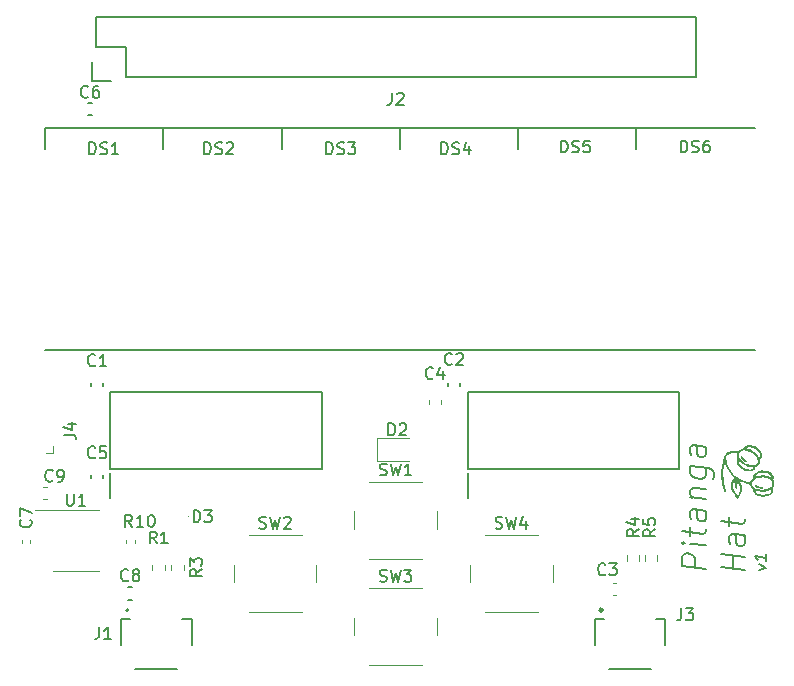
<source format=gto>
%TF.GenerationSoftware,KiCad,Pcbnew,7.0.8*%
%TF.CreationDate,2023-10-01T16:44:48+03:00*%
%TF.ProjectId,ltp_kikad,6c74705f-6b69-46b6-9164-2e6b69636164,rev?*%
%TF.SameCoordinates,Original*%
%TF.FileFunction,Legend,Top*%
%TF.FilePolarity,Positive*%
%FSLAX46Y46*%
G04 Gerber Fmt 4.6, Leading zero omitted, Abs format (unit mm)*
G04 Created by KiCad (PCBNEW 7.0.8) date 2023-10-01 16:44:48*
%MOMM*%
%LPD*%
G01*
G04 APERTURE LIST*
%ADD10C,0.150000*%
%ADD11C,0.120000*%
%ADD12C,0.100000*%
%ADD13C,0.127000*%
%ADD14C,0.300000*%
G04 APERTURE END LIST*
D10*
X182190152Y-100781077D02*
X182856819Y-100626316D01*
X182856819Y-100626316D02*
X182190152Y-100304887D01*
X182856819Y-99483458D02*
X182856819Y-100054887D01*
X182856819Y-99769172D02*
X181856819Y-99644172D01*
X181856819Y-99644172D02*
X181999676Y-99757268D01*
X181999676Y-99757268D02*
X182094914Y-99864411D01*
X182094914Y-99864411D02*
X182142533Y-99965601D01*
X177734438Y-100737030D02*
X175734438Y-100487030D01*
X175734438Y-100487030D02*
X175734438Y-99725125D01*
X175734438Y-99725125D02*
X175829676Y-99546554D01*
X175829676Y-99546554D02*
X175924914Y-99463220D01*
X175924914Y-99463220D02*
X176115390Y-99391792D01*
X176115390Y-99391792D02*
X176401104Y-99427506D01*
X176401104Y-99427506D02*
X176591580Y-99546554D01*
X176591580Y-99546554D02*
X176686819Y-99653696D01*
X176686819Y-99653696D02*
X176782057Y-99856077D01*
X176782057Y-99856077D02*
X176782057Y-100617982D01*
X177734438Y-98737030D02*
X176401104Y-98570363D01*
X175734438Y-98487030D02*
X175829676Y-98594173D01*
X175829676Y-98594173D02*
X175924914Y-98510839D01*
X175924914Y-98510839D02*
X175829676Y-98403696D01*
X175829676Y-98403696D02*
X175734438Y-98487030D01*
X175734438Y-98487030D02*
X175924914Y-98510839D01*
X176401104Y-97903696D02*
X176401104Y-97141792D01*
X175734438Y-97534649D02*
X177448723Y-97748935D01*
X177448723Y-97748935D02*
X177639200Y-97677506D01*
X177639200Y-97677506D02*
X177734438Y-97498935D01*
X177734438Y-97498935D02*
X177734438Y-97308458D01*
X177734438Y-95784649D02*
X176686819Y-95653697D01*
X176686819Y-95653697D02*
X176496342Y-95725125D01*
X176496342Y-95725125D02*
X176401104Y-95903697D01*
X176401104Y-95903697D02*
X176401104Y-96284649D01*
X176401104Y-96284649D02*
X176496342Y-96487030D01*
X177639200Y-95772744D02*
X177734438Y-95975125D01*
X177734438Y-95975125D02*
X177734438Y-96451316D01*
X177734438Y-96451316D02*
X177639200Y-96629887D01*
X177639200Y-96629887D02*
X177448723Y-96701316D01*
X177448723Y-96701316D02*
X177258247Y-96677506D01*
X177258247Y-96677506D02*
X177067771Y-96558458D01*
X177067771Y-96558458D02*
X176972533Y-96356078D01*
X176972533Y-96356078D02*
X176972533Y-95879887D01*
X176972533Y-95879887D02*
X176877295Y-95677506D01*
X176401104Y-94665601D02*
X177734438Y-94832268D01*
X176591580Y-94689411D02*
X176496342Y-94582268D01*
X176496342Y-94582268D02*
X176401104Y-94379887D01*
X176401104Y-94379887D02*
X176401104Y-94094173D01*
X176401104Y-94094173D02*
X176496342Y-93915601D01*
X176496342Y-93915601D02*
X176686819Y-93844173D01*
X176686819Y-93844173D02*
X177734438Y-93975125D01*
X176401104Y-91998934D02*
X178020152Y-92201315D01*
X178020152Y-92201315D02*
X178210628Y-92320363D01*
X178210628Y-92320363D02*
X178305866Y-92427506D01*
X178305866Y-92427506D02*
X178401104Y-92629887D01*
X178401104Y-92629887D02*
X178401104Y-92915601D01*
X178401104Y-92915601D02*
X178305866Y-93094172D01*
X177639200Y-92153696D02*
X177734438Y-92356077D01*
X177734438Y-92356077D02*
X177734438Y-92737030D01*
X177734438Y-92737030D02*
X177639200Y-92915601D01*
X177639200Y-92915601D02*
X177543961Y-92998934D01*
X177543961Y-92998934D02*
X177353485Y-93070363D01*
X177353485Y-93070363D02*
X176782057Y-92998934D01*
X176782057Y-92998934D02*
X176591580Y-92879887D01*
X176591580Y-92879887D02*
X176496342Y-92772744D01*
X176496342Y-92772744D02*
X176401104Y-92570363D01*
X176401104Y-92570363D02*
X176401104Y-92189410D01*
X176401104Y-92189410D02*
X176496342Y-92010839D01*
X177734438Y-90356077D02*
X176686819Y-90225125D01*
X176686819Y-90225125D02*
X176496342Y-90296553D01*
X176496342Y-90296553D02*
X176401104Y-90475125D01*
X176401104Y-90475125D02*
X176401104Y-90856077D01*
X176401104Y-90856077D02*
X176496342Y-91058458D01*
X177639200Y-90344172D02*
X177734438Y-90546553D01*
X177734438Y-90546553D02*
X177734438Y-91022744D01*
X177734438Y-91022744D02*
X177639200Y-91201315D01*
X177639200Y-91201315D02*
X177448723Y-91272744D01*
X177448723Y-91272744D02*
X177258247Y-91248934D01*
X177258247Y-91248934D02*
X177067771Y-91129886D01*
X177067771Y-91129886D02*
X176972533Y-90927506D01*
X176972533Y-90927506D02*
X176972533Y-90451315D01*
X176972533Y-90451315D02*
X176877295Y-90248934D01*
X181034438Y-100837030D02*
X179034438Y-100587030D01*
X179986819Y-100706077D02*
X179986819Y-99563220D01*
X181034438Y-99694173D02*
X179034438Y-99444173D01*
X181034438Y-97884649D02*
X179986819Y-97753697D01*
X179986819Y-97753697D02*
X179796342Y-97825125D01*
X179796342Y-97825125D02*
X179701104Y-98003697D01*
X179701104Y-98003697D02*
X179701104Y-98384649D01*
X179701104Y-98384649D02*
X179796342Y-98587030D01*
X180939200Y-97872744D02*
X181034438Y-98075125D01*
X181034438Y-98075125D02*
X181034438Y-98551316D01*
X181034438Y-98551316D02*
X180939200Y-98729887D01*
X180939200Y-98729887D02*
X180748723Y-98801316D01*
X180748723Y-98801316D02*
X180558247Y-98777506D01*
X180558247Y-98777506D02*
X180367771Y-98658458D01*
X180367771Y-98658458D02*
X180272533Y-98456078D01*
X180272533Y-98456078D02*
X180272533Y-97979887D01*
X180272533Y-97979887D02*
X180177295Y-97777506D01*
X179701104Y-97051315D02*
X179701104Y-96289411D01*
X179034438Y-96682268D02*
X180748723Y-96896554D01*
X180748723Y-96896554D02*
X180939200Y-96825125D01*
X180939200Y-96825125D02*
X181034438Y-96646554D01*
X181034438Y-96646554D02*
X181034438Y-96456077D01*
X129144142Y-97154819D02*
X128810809Y-96678628D01*
X128572714Y-97154819D02*
X128572714Y-96154819D01*
X128572714Y-96154819D02*
X128953666Y-96154819D01*
X128953666Y-96154819D02*
X129048904Y-96202438D01*
X129048904Y-96202438D02*
X129096523Y-96250057D01*
X129096523Y-96250057D02*
X129144142Y-96345295D01*
X129144142Y-96345295D02*
X129144142Y-96488152D01*
X129144142Y-96488152D02*
X129096523Y-96583390D01*
X129096523Y-96583390D02*
X129048904Y-96631009D01*
X129048904Y-96631009D02*
X128953666Y-96678628D01*
X128953666Y-96678628D02*
X128572714Y-96678628D01*
X130096523Y-97154819D02*
X129525095Y-97154819D01*
X129810809Y-97154819D02*
X129810809Y-96154819D01*
X129810809Y-96154819D02*
X129715571Y-96297676D01*
X129715571Y-96297676D02*
X129620333Y-96392914D01*
X129620333Y-96392914D02*
X129525095Y-96440533D01*
X130715571Y-96154819D02*
X130810809Y-96154819D01*
X130810809Y-96154819D02*
X130906047Y-96202438D01*
X130906047Y-96202438D02*
X130953666Y-96250057D01*
X130953666Y-96250057D02*
X131001285Y-96345295D01*
X131001285Y-96345295D02*
X131048904Y-96535771D01*
X131048904Y-96535771D02*
X131048904Y-96773866D01*
X131048904Y-96773866D02*
X131001285Y-96964342D01*
X131001285Y-96964342D02*
X130953666Y-97059580D01*
X130953666Y-97059580D02*
X130906047Y-97107200D01*
X130906047Y-97107200D02*
X130810809Y-97154819D01*
X130810809Y-97154819D02*
X130715571Y-97154819D01*
X130715571Y-97154819D02*
X130620333Y-97107200D01*
X130620333Y-97107200D02*
X130572714Y-97059580D01*
X130572714Y-97059580D02*
X130525095Y-96964342D01*
X130525095Y-96964342D02*
X130477476Y-96773866D01*
X130477476Y-96773866D02*
X130477476Y-96535771D01*
X130477476Y-96535771D02*
X130525095Y-96345295D01*
X130525095Y-96345295D02*
X130572714Y-96250057D01*
X130572714Y-96250057D02*
X130620333Y-96202438D01*
X130620333Y-96202438D02*
X130715571Y-96154819D01*
X123357819Y-89363333D02*
X124072104Y-89363333D01*
X124072104Y-89363333D02*
X124214961Y-89410952D01*
X124214961Y-89410952D02*
X124310200Y-89506190D01*
X124310200Y-89506190D02*
X124357819Y-89649047D01*
X124357819Y-89649047D02*
X124357819Y-89744285D01*
X123691152Y-88458571D02*
X124357819Y-88458571D01*
X123310200Y-88696666D02*
X124024485Y-88934761D01*
X124024485Y-88934761D02*
X124024485Y-88315714D01*
X134348905Y-96754819D02*
X134348905Y-95754819D01*
X134348905Y-95754819D02*
X134587000Y-95754819D01*
X134587000Y-95754819D02*
X134729857Y-95802438D01*
X134729857Y-95802438D02*
X134825095Y-95897676D01*
X134825095Y-95897676D02*
X134872714Y-95992914D01*
X134872714Y-95992914D02*
X134920333Y-96183390D01*
X134920333Y-96183390D02*
X134920333Y-96326247D01*
X134920333Y-96326247D02*
X134872714Y-96516723D01*
X134872714Y-96516723D02*
X134825095Y-96611961D01*
X134825095Y-96611961D02*
X134729857Y-96707200D01*
X134729857Y-96707200D02*
X134587000Y-96754819D01*
X134587000Y-96754819D02*
X134348905Y-96754819D01*
X135253667Y-95754819D02*
X135872714Y-95754819D01*
X135872714Y-95754819D02*
X135539381Y-96135771D01*
X135539381Y-96135771D02*
X135682238Y-96135771D01*
X135682238Y-96135771D02*
X135777476Y-96183390D01*
X135777476Y-96183390D02*
X135825095Y-96231009D01*
X135825095Y-96231009D02*
X135872714Y-96326247D01*
X135872714Y-96326247D02*
X135872714Y-96564342D01*
X135872714Y-96564342D02*
X135825095Y-96659580D01*
X135825095Y-96659580D02*
X135777476Y-96707200D01*
X135777476Y-96707200D02*
X135682238Y-96754819D01*
X135682238Y-96754819D02*
X135396524Y-96754819D01*
X135396524Y-96754819D02*
X135301286Y-96707200D01*
X135301286Y-96707200D02*
X135253667Y-96659580D01*
X122420333Y-93229580D02*
X122372714Y-93277200D01*
X122372714Y-93277200D02*
X122229857Y-93324819D01*
X122229857Y-93324819D02*
X122134619Y-93324819D01*
X122134619Y-93324819D02*
X121991762Y-93277200D01*
X121991762Y-93277200D02*
X121896524Y-93181961D01*
X121896524Y-93181961D02*
X121848905Y-93086723D01*
X121848905Y-93086723D02*
X121801286Y-92896247D01*
X121801286Y-92896247D02*
X121801286Y-92753390D01*
X121801286Y-92753390D02*
X121848905Y-92562914D01*
X121848905Y-92562914D02*
X121896524Y-92467676D01*
X121896524Y-92467676D02*
X121991762Y-92372438D01*
X121991762Y-92372438D02*
X122134619Y-92324819D01*
X122134619Y-92324819D02*
X122229857Y-92324819D01*
X122229857Y-92324819D02*
X122372714Y-92372438D01*
X122372714Y-92372438D02*
X122420333Y-92420057D01*
X122896524Y-93324819D02*
X123087000Y-93324819D01*
X123087000Y-93324819D02*
X123182238Y-93277200D01*
X123182238Y-93277200D02*
X123229857Y-93229580D01*
X123229857Y-93229580D02*
X123325095Y-93086723D01*
X123325095Y-93086723D02*
X123372714Y-92896247D01*
X123372714Y-92896247D02*
X123372714Y-92515295D01*
X123372714Y-92515295D02*
X123325095Y-92420057D01*
X123325095Y-92420057D02*
X123277476Y-92372438D01*
X123277476Y-92372438D02*
X123182238Y-92324819D01*
X123182238Y-92324819D02*
X122991762Y-92324819D01*
X122991762Y-92324819D02*
X122896524Y-92372438D01*
X122896524Y-92372438D02*
X122848905Y-92420057D01*
X122848905Y-92420057D02*
X122801286Y-92515295D01*
X122801286Y-92515295D02*
X122801286Y-92753390D01*
X122801286Y-92753390D02*
X122848905Y-92848628D01*
X122848905Y-92848628D02*
X122896524Y-92896247D01*
X122896524Y-92896247D02*
X122991762Y-92943866D01*
X122991762Y-92943866D02*
X123182238Y-92943866D01*
X123182238Y-92943866D02*
X123277476Y-92896247D01*
X123277476Y-92896247D02*
X123325095Y-92848628D01*
X123325095Y-92848628D02*
X123372714Y-92753390D01*
X120546580Y-96566666D02*
X120594200Y-96614285D01*
X120594200Y-96614285D02*
X120641819Y-96757142D01*
X120641819Y-96757142D02*
X120641819Y-96852380D01*
X120641819Y-96852380D02*
X120594200Y-96995237D01*
X120594200Y-96995237D02*
X120498961Y-97090475D01*
X120498961Y-97090475D02*
X120403723Y-97138094D01*
X120403723Y-97138094D02*
X120213247Y-97185713D01*
X120213247Y-97185713D02*
X120070390Y-97185713D01*
X120070390Y-97185713D02*
X119879914Y-97138094D01*
X119879914Y-97138094D02*
X119784676Y-97090475D01*
X119784676Y-97090475D02*
X119689438Y-96995237D01*
X119689438Y-96995237D02*
X119641819Y-96852380D01*
X119641819Y-96852380D02*
X119641819Y-96757142D01*
X119641819Y-96757142D02*
X119689438Y-96614285D01*
X119689438Y-96614285D02*
X119737057Y-96566666D01*
X119641819Y-96233332D02*
X119641819Y-95566666D01*
X119641819Y-95566666D02*
X120641819Y-95995237D01*
X123625095Y-94354819D02*
X123625095Y-95164342D01*
X123625095Y-95164342D02*
X123672714Y-95259580D01*
X123672714Y-95259580D02*
X123720333Y-95307200D01*
X123720333Y-95307200D02*
X123815571Y-95354819D01*
X123815571Y-95354819D02*
X124006047Y-95354819D01*
X124006047Y-95354819D02*
X124101285Y-95307200D01*
X124101285Y-95307200D02*
X124148904Y-95259580D01*
X124148904Y-95259580D02*
X124196523Y-95164342D01*
X124196523Y-95164342D02*
X124196523Y-94354819D01*
X125196523Y-95354819D02*
X124625095Y-95354819D01*
X124910809Y-95354819D02*
X124910809Y-94354819D01*
X124910809Y-94354819D02*
X124815571Y-94497676D01*
X124815571Y-94497676D02*
X124720333Y-94592914D01*
X124720333Y-94592914D02*
X124625095Y-94640533D01*
X175581814Y-65453819D02*
X175581814Y-64453819D01*
X175581814Y-64453819D02*
X175819909Y-64453819D01*
X175819909Y-64453819D02*
X175962766Y-64501438D01*
X175962766Y-64501438D02*
X176058004Y-64596676D01*
X176058004Y-64596676D02*
X176105623Y-64691914D01*
X176105623Y-64691914D02*
X176153242Y-64882390D01*
X176153242Y-64882390D02*
X176153242Y-65025247D01*
X176153242Y-65025247D02*
X176105623Y-65215723D01*
X176105623Y-65215723D02*
X176058004Y-65310961D01*
X176058004Y-65310961D02*
X175962766Y-65406200D01*
X175962766Y-65406200D02*
X175819909Y-65453819D01*
X175819909Y-65453819D02*
X175581814Y-65453819D01*
X176534195Y-65406200D02*
X176677052Y-65453819D01*
X176677052Y-65453819D02*
X176915147Y-65453819D01*
X176915147Y-65453819D02*
X177010385Y-65406200D01*
X177010385Y-65406200D02*
X177058004Y-65358580D01*
X177058004Y-65358580D02*
X177105623Y-65263342D01*
X177105623Y-65263342D02*
X177105623Y-65168104D01*
X177105623Y-65168104D02*
X177058004Y-65072866D01*
X177058004Y-65072866D02*
X177010385Y-65025247D01*
X177010385Y-65025247D02*
X176915147Y-64977628D01*
X176915147Y-64977628D02*
X176724671Y-64930009D01*
X176724671Y-64930009D02*
X176629433Y-64882390D01*
X176629433Y-64882390D02*
X176581814Y-64834771D01*
X176581814Y-64834771D02*
X176534195Y-64739533D01*
X176534195Y-64739533D02*
X176534195Y-64644295D01*
X176534195Y-64644295D02*
X176581814Y-64549057D01*
X176581814Y-64549057D02*
X176629433Y-64501438D01*
X176629433Y-64501438D02*
X176724671Y-64453819D01*
X176724671Y-64453819D02*
X176962766Y-64453819D01*
X176962766Y-64453819D02*
X177105623Y-64501438D01*
X177962766Y-64453819D02*
X177772290Y-64453819D01*
X177772290Y-64453819D02*
X177677052Y-64501438D01*
X177677052Y-64501438D02*
X177629433Y-64549057D01*
X177629433Y-64549057D02*
X177534195Y-64691914D01*
X177534195Y-64691914D02*
X177486576Y-64882390D01*
X177486576Y-64882390D02*
X177486576Y-65263342D01*
X177486576Y-65263342D02*
X177534195Y-65358580D01*
X177534195Y-65358580D02*
X177581814Y-65406200D01*
X177581814Y-65406200D02*
X177677052Y-65453819D01*
X177677052Y-65453819D02*
X177867528Y-65453819D01*
X177867528Y-65453819D02*
X177962766Y-65406200D01*
X177962766Y-65406200D02*
X178010385Y-65358580D01*
X178010385Y-65358580D02*
X178058004Y-65263342D01*
X178058004Y-65263342D02*
X178058004Y-65025247D01*
X178058004Y-65025247D02*
X178010385Y-64930009D01*
X178010385Y-64930009D02*
X177962766Y-64882390D01*
X177962766Y-64882390D02*
X177867528Y-64834771D01*
X177867528Y-64834771D02*
X177677052Y-64834771D01*
X177677052Y-64834771D02*
X177581814Y-64882390D01*
X177581814Y-64882390D02*
X177534195Y-64930009D01*
X177534195Y-64930009D02*
X177486576Y-65025247D01*
X145585814Y-65604419D02*
X145585814Y-64604419D01*
X145585814Y-64604419D02*
X145823909Y-64604419D01*
X145823909Y-64604419D02*
X145966766Y-64652038D01*
X145966766Y-64652038D02*
X146062004Y-64747276D01*
X146062004Y-64747276D02*
X146109623Y-64842514D01*
X146109623Y-64842514D02*
X146157242Y-65032990D01*
X146157242Y-65032990D02*
X146157242Y-65175847D01*
X146157242Y-65175847D02*
X146109623Y-65366323D01*
X146109623Y-65366323D02*
X146062004Y-65461561D01*
X146062004Y-65461561D02*
X145966766Y-65556800D01*
X145966766Y-65556800D02*
X145823909Y-65604419D01*
X145823909Y-65604419D02*
X145585814Y-65604419D01*
X146538195Y-65556800D02*
X146681052Y-65604419D01*
X146681052Y-65604419D02*
X146919147Y-65604419D01*
X146919147Y-65604419D02*
X147014385Y-65556800D01*
X147014385Y-65556800D02*
X147062004Y-65509180D01*
X147062004Y-65509180D02*
X147109623Y-65413942D01*
X147109623Y-65413942D02*
X147109623Y-65318704D01*
X147109623Y-65318704D02*
X147062004Y-65223466D01*
X147062004Y-65223466D02*
X147014385Y-65175847D01*
X147014385Y-65175847D02*
X146919147Y-65128228D01*
X146919147Y-65128228D02*
X146728671Y-65080609D01*
X146728671Y-65080609D02*
X146633433Y-65032990D01*
X146633433Y-65032990D02*
X146585814Y-64985371D01*
X146585814Y-64985371D02*
X146538195Y-64890133D01*
X146538195Y-64890133D02*
X146538195Y-64794895D01*
X146538195Y-64794895D02*
X146585814Y-64699657D01*
X146585814Y-64699657D02*
X146633433Y-64652038D01*
X146633433Y-64652038D02*
X146728671Y-64604419D01*
X146728671Y-64604419D02*
X146966766Y-64604419D01*
X146966766Y-64604419D02*
X147109623Y-64652038D01*
X147442957Y-64604419D02*
X148062004Y-64604419D01*
X148062004Y-64604419D02*
X147728671Y-64985371D01*
X147728671Y-64985371D02*
X147871528Y-64985371D01*
X147871528Y-64985371D02*
X147966766Y-65032990D01*
X147966766Y-65032990D02*
X148014385Y-65080609D01*
X148014385Y-65080609D02*
X148062004Y-65175847D01*
X148062004Y-65175847D02*
X148062004Y-65413942D01*
X148062004Y-65413942D02*
X148014385Y-65509180D01*
X148014385Y-65509180D02*
X147966766Y-65556800D01*
X147966766Y-65556800D02*
X147871528Y-65604419D01*
X147871528Y-65604419D02*
X147585814Y-65604419D01*
X147585814Y-65604419D02*
X147490576Y-65556800D01*
X147490576Y-65556800D02*
X147442957Y-65509180D01*
X169220333Y-101159580D02*
X169172714Y-101207200D01*
X169172714Y-101207200D02*
X169029857Y-101254819D01*
X169029857Y-101254819D02*
X168934619Y-101254819D01*
X168934619Y-101254819D02*
X168791762Y-101207200D01*
X168791762Y-101207200D02*
X168696524Y-101111961D01*
X168696524Y-101111961D02*
X168648905Y-101016723D01*
X168648905Y-101016723D02*
X168601286Y-100826247D01*
X168601286Y-100826247D02*
X168601286Y-100683390D01*
X168601286Y-100683390D02*
X168648905Y-100492914D01*
X168648905Y-100492914D02*
X168696524Y-100397676D01*
X168696524Y-100397676D02*
X168791762Y-100302438D01*
X168791762Y-100302438D02*
X168934619Y-100254819D01*
X168934619Y-100254819D02*
X169029857Y-100254819D01*
X169029857Y-100254819D02*
X169172714Y-100302438D01*
X169172714Y-100302438D02*
X169220333Y-100350057D01*
X169553667Y-100254819D02*
X170172714Y-100254819D01*
X170172714Y-100254819D02*
X169839381Y-100635771D01*
X169839381Y-100635771D02*
X169982238Y-100635771D01*
X169982238Y-100635771D02*
X170077476Y-100683390D01*
X170077476Y-100683390D02*
X170125095Y-100731009D01*
X170125095Y-100731009D02*
X170172714Y-100826247D01*
X170172714Y-100826247D02*
X170172714Y-101064342D01*
X170172714Y-101064342D02*
X170125095Y-101159580D01*
X170125095Y-101159580D02*
X170077476Y-101207200D01*
X170077476Y-101207200D02*
X169982238Y-101254819D01*
X169982238Y-101254819D02*
X169696524Y-101254819D01*
X169696524Y-101254819D02*
X169601286Y-101207200D01*
X169601286Y-101207200D02*
X169553667Y-101159580D01*
X126353666Y-105654819D02*
X126353666Y-106369104D01*
X126353666Y-106369104D02*
X126306047Y-106511961D01*
X126306047Y-106511961D02*
X126210809Y-106607200D01*
X126210809Y-106607200D02*
X126067952Y-106654819D01*
X126067952Y-106654819D02*
X125972714Y-106654819D01*
X127353666Y-106654819D02*
X126782238Y-106654819D01*
X127067952Y-106654819D02*
X127067952Y-105654819D01*
X127067952Y-105654819D02*
X126972714Y-105797676D01*
X126972714Y-105797676D02*
X126877476Y-105892914D01*
X126877476Y-105892914D02*
X126782238Y-105940533D01*
X150848905Y-89404819D02*
X150848905Y-88404819D01*
X150848905Y-88404819D02*
X151087000Y-88404819D01*
X151087000Y-88404819D02*
X151229857Y-88452438D01*
X151229857Y-88452438D02*
X151325095Y-88547676D01*
X151325095Y-88547676D02*
X151372714Y-88642914D01*
X151372714Y-88642914D02*
X151420333Y-88833390D01*
X151420333Y-88833390D02*
X151420333Y-88976247D01*
X151420333Y-88976247D02*
X151372714Y-89166723D01*
X151372714Y-89166723D02*
X151325095Y-89261961D01*
X151325095Y-89261961D02*
X151229857Y-89357200D01*
X151229857Y-89357200D02*
X151087000Y-89404819D01*
X151087000Y-89404819D02*
X150848905Y-89404819D01*
X151801286Y-88500057D02*
X151848905Y-88452438D01*
X151848905Y-88452438D02*
X151944143Y-88404819D01*
X151944143Y-88404819D02*
X152182238Y-88404819D01*
X152182238Y-88404819D02*
X152277476Y-88452438D01*
X152277476Y-88452438D02*
X152325095Y-88500057D01*
X152325095Y-88500057D02*
X152372714Y-88595295D01*
X152372714Y-88595295D02*
X152372714Y-88690533D01*
X152372714Y-88690533D02*
X152325095Y-88833390D01*
X152325095Y-88833390D02*
X151753667Y-89404819D01*
X151753667Y-89404819D02*
X152372714Y-89404819D01*
X131220333Y-98554819D02*
X130887000Y-98078628D01*
X130648905Y-98554819D02*
X130648905Y-97554819D01*
X130648905Y-97554819D02*
X131029857Y-97554819D01*
X131029857Y-97554819D02*
X131125095Y-97602438D01*
X131125095Y-97602438D02*
X131172714Y-97650057D01*
X131172714Y-97650057D02*
X131220333Y-97745295D01*
X131220333Y-97745295D02*
X131220333Y-97888152D01*
X131220333Y-97888152D02*
X131172714Y-97983390D01*
X131172714Y-97983390D02*
X131125095Y-98031009D01*
X131125095Y-98031009D02*
X131029857Y-98078628D01*
X131029857Y-98078628D02*
X130648905Y-98078628D01*
X132172714Y-98554819D02*
X131601286Y-98554819D01*
X131887000Y-98554819D02*
X131887000Y-97554819D01*
X131887000Y-97554819D02*
X131791762Y-97697676D01*
X131791762Y-97697676D02*
X131696524Y-97792914D01*
X131696524Y-97792914D02*
X131601286Y-97840533D01*
X172041819Y-97366666D02*
X171565628Y-97699999D01*
X172041819Y-97938094D02*
X171041819Y-97938094D01*
X171041819Y-97938094D02*
X171041819Y-97557142D01*
X171041819Y-97557142D02*
X171089438Y-97461904D01*
X171089438Y-97461904D02*
X171137057Y-97414285D01*
X171137057Y-97414285D02*
X171232295Y-97366666D01*
X171232295Y-97366666D02*
X171375152Y-97366666D01*
X171375152Y-97366666D02*
X171470390Y-97414285D01*
X171470390Y-97414285D02*
X171518009Y-97461904D01*
X171518009Y-97461904D02*
X171565628Y-97557142D01*
X171565628Y-97557142D02*
X171565628Y-97938094D01*
X171375152Y-96509523D02*
X172041819Y-96509523D01*
X170994200Y-96747618D02*
X171708485Y-96985713D01*
X171708485Y-96985713D02*
X171708485Y-96366666D01*
X126020333Y-91259580D02*
X125972714Y-91307200D01*
X125972714Y-91307200D02*
X125829857Y-91354819D01*
X125829857Y-91354819D02*
X125734619Y-91354819D01*
X125734619Y-91354819D02*
X125591762Y-91307200D01*
X125591762Y-91307200D02*
X125496524Y-91211961D01*
X125496524Y-91211961D02*
X125448905Y-91116723D01*
X125448905Y-91116723D02*
X125401286Y-90926247D01*
X125401286Y-90926247D02*
X125401286Y-90783390D01*
X125401286Y-90783390D02*
X125448905Y-90592914D01*
X125448905Y-90592914D02*
X125496524Y-90497676D01*
X125496524Y-90497676D02*
X125591762Y-90402438D01*
X125591762Y-90402438D02*
X125734619Y-90354819D01*
X125734619Y-90354819D02*
X125829857Y-90354819D01*
X125829857Y-90354819D02*
X125972714Y-90402438D01*
X125972714Y-90402438D02*
X126020333Y-90450057D01*
X126925095Y-90354819D02*
X126448905Y-90354819D01*
X126448905Y-90354819D02*
X126401286Y-90831009D01*
X126401286Y-90831009D02*
X126448905Y-90783390D01*
X126448905Y-90783390D02*
X126544143Y-90735771D01*
X126544143Y-90735771D02*
X126782238Y-90735771D01*
X126782238Y-90735771D02*
X126877476Y-90783390D01*
X126877476Y-90783390D02*
X126925095Y-90831009D01*
X126925095Y-90831009D02*
X126972714Y-90926247D01*
X126972714Y-90926247D02*
X126972714Y-91164342D01*
X126972714Y-91164342D02*
X126925095Y-91259580D01*
X126925095Y-91259580D02*
X126877476Y-91307200D01*
X126877476Y-91307200D02*
X126782238Y-91354819D01*
X126782238Y-91354819D02*
X126544143Y-91354819D01*
X126544143Y-91354819D02*
X126448905Y-91307200D01*
X126448905Y-91307200D02*
X126401286Y-91259580D01*
X156220333Y-83359580D02*
X156172714Y-83407200D01*
X156172714Y-83407200D02*
X156029857Y-83454819D01*
X156029857Y-83454819D02*
X155934619Y-83454819D01*
X155934619Y-83454819D02*
X155791762Y-83407200D01*
X155791762Y-83407200D02*
X155696524Y-83311961D01*
X155696524Y-83311961D02*
X155648905Y-83216723D01*
X155648905Y-83216723D02*
X155601286Y-83026247D01*
X155601286Y-83026247D02*
X155601286Y-82883390D01*
X155601286Y-82883390D02*
X155648905Y-82692914D01*
X155648905Y-82692914D02*
X155696524Y-82597676D01*
X155696524Y-82597676D02*
X155791762Y-82502438D01*
X155791762Y-82502438D02*
X155934619Y-82454819D01*
X155934619Y-82454819D02*
X156029857Y-82454819D01*
X156029857Y-82454819D02*
X156172714Y-82502438D01*
X156172714Y-82502438D02*
X156220333Y-82550057D01*
X156601286Y-82550057D02*
X156648905Y-82502438D01*
X156648905Y-82502438D02*
X156744143Y-82454819D01*
X156744143Y-82454819D02*
X156982238Y-82454819D01*
X156982238Y-82454819D02*
X157077476Y-82502438D01*
X157077476Y-82502438D02*
X157125095Y-82550057D01*
X157125095Y-82550057D02*
X157172714Y-82645295D01*
X157172714Y-82645295D02*
X157172714Y-82740533D01*
X157172714Y-82740533D02*
X157125095Y-82883390D01*
X157125095Y-82883390D02*
X156553667Y-83454819D01*
X156553667Y-83454819D02*
X157172714Y-83454819D01*
X159928667Y-97257200D02*
X160071524Y-97304819D01*
X160071524Y-97304819D02*
X160309619Y-97304819D01*
X160309619Y-97304819D02*
X160404857Y-97257200D01*
X160404857Y-97257200D02*
X160452476Y-97209580D01*
X160452476Y-97209580D02*
X160500095Y-97114342D01*
X160500095Y-97114342D02*
X160500095Y-97019104D01*
X160500095Y-97019104D02*
X160452476Y-96923866D01*
X160452476Y-96923866D02*
X160404857Y-96876247D01*
X160404857Y-96876247D02*
X160309619Y-96828628D01*
X160309619Y-96828628D02*
X160119143Y-96781009D01*
X160119143Y-96781009D02*
X160023905Y-96733390D01*
X160023905Y-96733390D02*
X159976286Y-96685771D01*
X159976286Y-96685771D02*
X159928667Y-96590533D01*
X159928667Y-96590533D02*
X159928667Y-96495295D01*
X159928667Y-96495295D02*
X159976286Y-96400057D01*
X159976286Y-96400057D02*
X160023905Y-96352438D01*
X160023905Y-96352438D02*
X160119143Y-96304819D01*
X160119143Y-96304819D02*
X160357238Y-96304819D01*
X160357238Y-96304819D02*
X160500095Y-96352438D01*
X160833429Y-96304819D02*
X161071524Y-97304819D01*
X161071524Y-97304819D02*
X161262000Y-96590533D01*
X161262000Y-96590533D02*
X161452476Y-97304819D01*
X161452476Y-97304819D02*
X161690572Y-96304819D01*
X162500095Y-96638152D02*
X162500095Y-97304819D01*
X162262000Y-96257200D02*
X162023905Y-96971485D01*
X162023905Y-96971485D02*
X162642952Y-96971485D01*
X135041819Y-100766666D02*
X134565628Y-101099999D01*
X135041819Y-101338094D02*
X134041819Y-101338094D01*
X134041819Y-101338094D02*
X134041819Y-100957142D01*
X134041819Y-100957142D02*
X134089438Y-100861904D01*
X134089438Y-100861904D02*
X134137057Y-100814285D01*
X134137057Y-100814285D02*
X134232295Y-100766666D01*
X134232295Y-100766666D02*
X134375152Y-100766666D01*
X134375152Y-100766666D02*
X134470390Y-100814285D01*
X134470390Y-100814285D02*
X134518009Y-100861904D01*
X134518009Y-100861904D02*
X134565628Y-100957142D01*
X134565628Y-100957142D02*
X134565628Y-101338094D01*
X134041819Y-100433332D02*
X134041819Y-99814285D01*
X134041819Y-99814285D02*
X134422771Y-100147618D01*
X134422771Y-100147618D02*
X134422771Y-100004761D01*
X134422771Y-100004761D02*
X134470390Y-99909523D01*
X134470390Y-99909523D02*
X134518009Y-99861904D01*
X134518009Y-99861904D02*
X134613247Y-99814285D01*
X134613247Y-99814285D02*
X134851342Y-99814285D01*
X134851342Y-99814285D02*
X134946580Y-99861904D01*
X134946580Y-99861904D02*
X134994200Y-99909523D01*
X134994200Y-99909523D02*
X135041819Y-100004761D01*
X135041819Y-100004761D02*
X135041819Y-100290475D01*
X135041819Y-100290475D02*
X134994200Y-100385713D01*
X134994200Y-100385713D02*
X134946580Y-100433332D01*
X165449814Y-65456219D02*
X165449814Y-64456219D01*
X165449814Y-64456219D02*
X165687909Y-64456219D01*
X165687909Y-64456219D02*
X165830766Y-64503838D01*
X165830766Y-64503838D02*
X165926004Y-64599076D01*
X165926004Y-64599076D02*
X165973623Y-64694314D01*
X165973623Y-64694314D02*
X166021242Y-64884790D01*
X166021242Y-64884790D02*
X166021242Y-65027647D01*
X166021242Y-65027647D02*
X165973623Y-65218123D01*
X165973623Y-65218123D02*
X165926004Y-65313361D01*
X165926004Y-65313361D02*
X165830766Y-65408600D01*
X165830766Y-65408600D02*
X165687909Y-65456219D01*
X165687909Y-65456219D02*
X165449814Y-65456219D01*
X166402195Y-65408600D02*
X166545052Y-65456219D01*
X166545052Y-65456219D02*
X166783147Y-65456219D01*
X166783147Y-65456219D02*
X166878385Y-65408600D01*
X166878385Y-65408600D02*
X166926004Y-65360980D01*
X166926004Y-65360980D02*
X166973623Y-65265742D01*
X166973623Y-65265742D02*
X166973623Y-65170504D01*
X166973623Y-65170504D02*
X166926004Y-65075266D01*
X166926004Y-65075266D02*
X166878385Y-65027647D01*
X166878385Y-65027647D02*
X166783147Y-64980028D01*
X166783147Y-64980028D02*
X166592671Y-64932409D01*
X166592671Y-64932409D02*
X166497433Y-64884790D01*
X166497433Y-64884790D02*
X166449814Y-64837171D01*
X166449814Y-64837171D02*
X166402195Y-64741933D01*
X166402195Y-64741933D02*
X166402195Y-64646695D01*
X166402195Y-64646695D02*
X166449814Y-64551457D01*
X166449814Y-64551457D02*
X166497433Y-64503838D01*
X166497433Y-64503838D02*
X166592671Y-64456219D01*
X166592671Y-64456219D02*
X166830766Y-64456219D01*
X166830766Y-64456219D02*
X166973623Y-64503838D01*
X167878385Y-64456219D02*
X167402195Y-64456219D01*
X167402195Y-64456219D02*
X167354576Y-64932409D01*
X167354576Y-64932409D02*
X167402195Y-64884790D01*
X167402195Y-64884790D02*
X167497433Y-64837171D01*
X167497433Y-64837171D02*
X167735528Y-64837171D01*
X167735528Y-64837171D02*
X167830766Y-64884790D01*
X167830766Y-64884790D02*
X167878385Y-64932409D01*
X167878385Y-64932409D02*
X167926004Y-65027647D01*
X167926004Y-65027647D02*
X167926004Y-65265742D01*
X167926004Y-65265742D02*
X167878385Y-65360980D01*
X167878385Y-65360980D02*
X167830766Y-65408600D01*
X167830766Y-65408600D02*
X167735528Y-65456219D01*
X167735528Y-65456219D02*
X167497433Y-65456219D01*
X167497433Y-65456219D02*
X167402195Y-65408600D01*
X167402195Y-65408600D02*
X167354576Y-65360980D01*
X135253814Y-65604819D02*
X135253814Y-64604819D01*
X135253814Y-64604819D02*
X135491909Y-64604819D01*
X135491909Y-64604819D02*
X135634766Y-64652438D01*
X135634766Y-64652438D02*
X135730004Y-64747676D01*
X135730004Y-64747676D02*
X135777623Y-64842914D01*
X135777623Y-64842914D02*
X135825242Y-65033390D01*
X135825242Y-65033390D02*
X135825242Y-65176247D01*
X135825242Y-65176247D02*
X135777623Y-65366723D01*
X135777623Y-65366723D02*
X135730004Y-65461961D01*
X135730004Y-65461961D02*
X135634766Y-65557200D01*
X135634766Y-65557200D02*
X135491909Y-65604819D01*
X135491909Y-65604819D02*
X135253814Y-65604819D01*
X136206195Y-65557200D02*
X136349052Y-65604819D01*
X136349052Y-65604819D02*
X136587147Y-65604819D01*
X136587147Y-65604819D02*
X136682385Y-65557200D01*
X136682385Y-65557200D02*
X136730004Y-65509580D01*
X136730004Y-65509580D02*
X136777623Y-65414342D01*
X136777623Y-65414342D02*
X136777623Y-65319104D01*
X136777623Y-65319104D02*
X136730004Y-65223866D01*
X136730004Y-65223866D02*
X136682385Y-65176247D01*
X136682385Y-65176247D02*
X136587147Y-65128628D01*
X136587147Y-65128628D02*
X136396671Y-65081009D01*
X136396671Y-65081009D02*
X136301433Y-65033390D01*
X136301433Y-65033390D02*
X136253814Y-64985771D01*
X136253814Y-64985771D02*
X136206195Y-64890533D01*
X136206195Y-64890533D02*
X136206195Y-64795295D01*
X136206195Y-64795295D02*
X136253814Y-64700057D01*
X136253814Y-64700057D02*
X136301433Y-64652438D01*
X136301433Y-64652438D02*
X136396671Y-64604819D01*
X136396671Y-64604819D02*
X136634766Y-64604819D01*
X136634766Y-64604819D02*
X136777623Y-64652438D01*
X137158576Y-64700057D02*
X137206195Y-64652438D01*
X137206195Y-64652438D02*
X137301433Y-64604819D01*
X137301433Y-64604819D02*
X137539528Y-64604819D01*
X137539528Y-64604819D02*
X137634766Y-64652438D01*
X137634766Y-64652438D02*
X137682385Y-64700057D01*
X137682385Y-64700057D02*
X137730004Y-64795295D01*
X137730004Y-64795295D02*
X137730004Y-64890533D01*
X137730004Y-64890533D02*
X137682385Y-65033390D01*
X137682385Y-65033390D02*
X137110957Y-65604819D01*
X137110957Y-65604819D02*
X137730004Y-65604819D01*
X125521814Y-65604819D02*
X125521814Y-64604819D01*
X125521814Y-64604819D02*
X125759909Y-64604819D01*
X125759909Y-64604819D02*
X125902766Y-64652438D01*
X125902766Y-64652438D02*
X125998004Y-64747676D01*
X125998004Y-64747676D02*
X126045623Y-64842914D01*
X126045623Y-64842914D02*
X126093242Y-65033390D01*
X126093242Y-65033390D02*
X126093242Y-65176247D01*
X126093242Y-65176247D02*
X126045623Y-65366723D01*
X126045623Y-65366723D02*
X125998004Y-65461961D01*
X125998004Y-65461961D02*
X125902766Y-65557200D01*
X125902766Y-65557200D02*
X125759909Y-65604819D01*
X125759909Y-65604819D02*
X125521814Y-65604819D01*
X126474195Y-65557200D02*
X126617052Y-65604819D01*
X126617052Y-65604819D02*
X126855147Y-65604819D01*
X126855147Y-65604819D02*
X126950385Y-65557200D01*
X126950385Y-65557200D02*
X126998004Y-65509580D01*
X126998004Y-65509580D02*
X127045623Y-65414342D01*
X127045623Y-65414342D02*
X127045623Y-65319104D01*
X127045623Y-65319104D02*
X126998004Y-65223866D01*
X126998004Y-65223866D02*
X126950385Y-65176247D01*
X126950385Y-65176247D02*
X126855147Y-65128628D01*
X126855147Y-65128628D02*
X126664671Y-65081009D01*
X126664671Y-65081009D02*
X126569433Y-65033390D01*
X126569433Y-65033390D02*
X126521814Y-64985771D01*
X126521814Y-64985771D02*
X126474195Y-64890533D01*
X126474195Y-64890533D02*
X126474195Y-64795295D01*
X126474195Y-64795295D02*
X126521814Y-64700057D01*
X126521814Y-64700057D02*
X126569433Y-64652438D01*
X126569433Y-64652438D02*
X126664671Y-64604819D01*
X126664671Y-64604819D02*
X126902766Y-64604819D01*
X126902766Y-64604819D02*
X127045623Y-64652438D01*
X127998004Y-65604819D02*
X127426576Y-65604819D01*
X127712290Y-65604819D02*
X127712290Y-64604819D01*
X127712290Y-64604819D02*
X127617052Y-64747676D01*
X127617052Y-64747676D02*
X127521814Y-64842914D01*
X127521814Y-64842914D02*
X127426576Y-64890533D01*
X150128667Y-92757200D02*
X150271524Y-92804819D01*
X150271524Y-92804819D02*
X150509619Y-92804819D01*
X150509619Y-92804819D02*
X150604857Y-92757200D01*
X150604857Y-92757200D02*
X150652476Y-92709580D01*
X150652476Y-92709580D02*
X150700095Y-92614342D01*
X150700095Y-92614342D02*
X150700095Y-92519104D01*
X150700095Y-92519104D02*
X150652476Y-92423866D01*
X150652476Y-92423866D02*
X150604857Y-92376247D01*
X150604857Y-92376247D02*
X150509619Y-92328628D01*
X150509619Y-92328628D02*
X150319143Y-92281009D01*
X150319143Y-92281009D02*
X150223905Y-92233390D01*
X150223905Y-92233390D02*
X150176286Y-92185771D01*
X150176286Y-92185771D02*
X150128667Y-92090533D01*
X150128667Y-92090533D02*
X150128667Y-91995295D01*
X150128667Y-91995295D02*
X150176286Y-91900057D01*
X150176286Y-91900057D02*
X150223905Y-91852438D01*
X150223905Y-91852438D02*
X150319143Y-91804819D01*
X150319143Y-91804819D02*
X150557238Y-91804819D01*
X150557238Y-91804819D02*
X150700095Y-91852438D01*
X151033429Y-91804819D02*
X151271524Y-92804819D01*
X151271524Y-92804819D02*
X151462000Y-92090533D01*
X151462000Y-92090533D02*
X151652476Y-92804819D01*
X151652476Y-92804819D02*
X151890572Y-91804819D01*
X152795333Y-92804819D02*
X152223905Y-92804819D01*
X152509619Y-92804819D02*
X152509619Y-91804819D01*
X152509619Y-91804819D02*
X152414381Y-91947676D01*
X152414381Y-91947676D02*
X152319143Y-92042914D01*
X152319143Y-92042914D02*
X152223905Y-92090533D01*
X173441819Y-97366666D02*
X172965628Y-97699999D01*
X173441819Y-97938094D02*
X172441819Y-97938094D01*
X172441819Y-97938094D02*
X172441819Y-97557142D01*
X172441819Y-97557142D02*
X172489438Y-97461904D01*
X172489438Y-97461904D02*
X172537057Y-97414285D01*
X172537057Y-97414285D02*
X172632295Y-97366666D01*
X172632295Y-97366666D02*
X172775152Y-97366666D01*
X172775152Y-97366666D02*
X172870390Y-97414285D01*
X172870390Y-97414285D02*
X172918009Y-97461904D01*
X172918009Y-97461904D02*
X172965628Y-97557142D01*
X172965628Y-97557142D02*
X172965628Y-97938094D01*
X172441819Y-96461904D02*
X172441819Y-96938094D01*
X172441819Y-96938094D02*
X172918009Y-96985713D01*
X172918009Y-96985713D02*
X172870390Y-96938094D01*
X172870390Y-96938094D02*
X172822771Y-96842856D01*
X172822771Y-96842856D02*
X172822771Y-96604761D01*
X172822771Y-96604761D02*
X172870390Y-96509523D01*
X172870390Y-96509523D02*
X172918009Y-96461904D01*
X172918009Y-96461904D02*
X173013247Y-96414285D01*
X173013247Y-96414285D02*
X173251342Y-96414285D01*
X173251342Y-96414285D02*
X173346580Y-96461904D01*
X173346580Y-96461904D02*
X173394200Y-96509523D01*
X173394200Y-96509523D02*
X173441819Y-96604761D01*
X173441819Y-96604761D02*
X173441819Y-96842856D01*
X173441819Y-96842856D02*
X173394200Y-96938094D01*
X173394200Y-96938094D02*
X173346580Y-96985713D01*
X126020333Y-83459580D02*
X125972714Y-83507200D01*
X125972714Y-83507200D02*
X125829857Y-83554819D01*
X125829857Y-83554819D02*
X125734619Y-83554819D01*
X125734619Y-83554819D02*
X125591762Y-83507200D01*
X125591762Y-83507200D02*
X125496524Y-83411961D01*
X125496524Y-83411961D02*
X125448905Y-83316723D01*
X125448905Y-83316723D02*
X125401286Y-83126247D01*
X125401286Y-83126247D02*
X125401286Y-82983390D01*
X125401286Y-82983390D02*
X125448905Y-82792914D01*
X125448905Y-82792914D02*
X125496524Y-82697676D01*
X125496524Y-82697676D02*
X125591762Y-82602438D01*
X125591762Y-82602438D02*
X125734619Y-82554819D01*
X125734619Y-82554819D02*
X125829857Y-82554819D01*
X125829857Y-82554819D02*
X125972714Y-82602438D01*
X125972714Y-82602438D02*
X126020333Y-82650057D01*
X126972714Y-83554819D02*
X126401286Y-83554819D01*
X126687000Y-83554819D02*
X126687000Y-82554819D01*
X126687000Y-82554819D02*
X126591762Y-82697676D01*
X126591762Y-82697676D02*
X126496524Y-82792914D01*
X126496524Y-82792914D02*
X126401286Y-82840533D01*
X139928667Y-97257200D02*
X140071524Y-97304819D01*
X140071524Y-97304819D02*
X140309619Y-97304819D01*
X140309619Y-97304819D02*
X140404857Y-97257200D01*
X140404857Y-97257200D02*
X140452476Y-97209580D01*
X140452476Y-97209580D02*
X140500095Y-97114342D01*
X140500095Y-97114342D02*
X140500095Y-97019104D01*
X140500095Y-97019104D02*
X140452476Y-96923866D01*
X140452476Y-96923866D02*
X140404857Y-96876247D01*
X140404857Y-96876247D02*
X140309619Y-96828628D01*
X140309619Y-96828628D02*
X140119143Y-96781009D01*
X140119143Y-96781009D02*
X140023905Y-96733390D01*
X140023905Y-96733390D02*
X139976286Y-96685771D01*
X139976286Y-96685771D02*
X139928667Y-96590533D01*
X139928667Y-96590533D02*
X139928667Y-96495295D01*
X139928667Y-96495295D02*
X139976286Y-96400057D01*
X139976286Y-96400057D02*
X140023905Y-96352438D01*
X140023905Y-96352438D02*
X140119143Y-96304819D01*
X140119143Y-96304819D02*
X140357238Y-96304819D01*
X140357238Y-96304819D02*
X140500095Y-96352438D01*
X140833429Y-96304819D02*
X141071524Y-97304819D01*
X141071524Y-97304819D02*
X141262000Y-96590533D01*
X141262000Y-96590533D02*
X141452476Y-97304819D01*
X141452476Y-97304819D02*
X141690572Y-96304819D01*
X142023905Y-96400057D02*
X142071524Y-96352438D01*
X142071524Y-96352438D02*
X142166762Y-96304819D01*
X142166762Y-96304819D02*
X142404857Y-96304819D01*
X142404857Y-96304819D02*
X142500095Y-96352438D01*
X142500095Y-96352438D02*
X142547714Y-96400057D01*
X142547714Y-96400057D02*
X142595333Y-96495295D01*
X142595333Y-96495295D02*
X142595333Y-96590533D01*
X142595333Y-96590533D02*
X142547714Y-96733390D01*
X142547714Y-96733390D02*
X141976286Y-97304819D01*
X141976286Y-97304819D02*
X142595333Y-97304819D01*
X151153666Y-60404819D02*
X151153666Y-61119104D01*
X151153666Y-61119104D02*
X151106047Y-61261961D01*
X151106047Y-61261961D02*
X151010809Y-61357200D01*
X151010809Y-61357200D02*
X150867952Y-61404819D01*
X150867952Y-61404819D02*
X150772714Y-61404819D01*
X151582238Y-60500057D02*
X151629857Y-60452438D01*
X151629857Y-60452438D02*
X151725095Y-60404819D01*
X151725095Y-60404819D02*
X151963190Y-60404819D01*
X151963190Y-60404819D02*
X152058428Y-60452438D01*
X152058428Y-60452438D02*
X152106047Y-60500057D01*
X152106047Y-60500057D02*
X152153666Y-60595295D01*
X152153666Y-60595295D02*
X152153666Y-60690533D01*
X152153666Y-60690533D02*
X152106047Y-60833390D01*
X152106047Y-60833390D02*
X151534619Y-61404819D01*
X151534619Y-61404819D02*
X152153666Y-61404819D01*
X154620333Y-84559580D02*
X154572714Y-84607200D01*
X154572714Y-84607200D02*
X154429857Y-84654819D01*
X154429857Y-84654819D02*
X154334619Y-84654819D01*
X154334619Y-84654819D02*
X154191762Y-84607200D01*
X154191762Y-84607200D02*
X154096524Y-84511961D01*
X154096524Y-84511961D02*
X154048905Y-84416723D01*
X154048905Y-84416723D02*
X154001286Y-84226247D01*
X154001286Y-84226247D02*
X154001286Y-84083390D01*
X154001286Y-84083390D02*
X154048905Y-83892914D01*
X154048905Y-83892914D02*
X154096524Y-83797676D01*
X154096524Y-83797676D02*
X154191762Y-83702438D01*
X154191762Y-83702438D02*
X154334619Y-83654819D01*
X154334619Y-83654819D02*
X154429857Y-83654819D01*
X154429857Y-83654819D02*
X154572714Y-83702438D01*
X154572714Y-83702438D02*
X154620333Y-83750057D01*
X155477476Y-83988152D02*
X155477476Y-84654819D01*
X155239381Y-83607200D02*
X155001286Y-84321485D01*
X155001286Y-84321485D02*
X155620333Y-84321485D01*
X125420333Y-60729580D02*
X125372714Y-60777200D01*
X125372714Y-60777200D02*
X125229857Y-60824819D01*
X125229857Y-60824819D02*
X125134619Y-60824819D01*
X125134619Y-60824819D02*
X124991762Y-60777200D01*
X124991762Y-60777200D02*
X124896524Y-60681961D01*
X124896524Y-60681961D02*
X124848905Y-60586723D01*
X124848905Y-60586723D02*
X124801286Y-60396247D01*
X124801286Y-60396247D02*
X124801286Y-60253390D01*
X124801286Y-60253390D02*
X124848905Y-60062914D01*
X124848905Y-60062914D02*
X124896524Y-59967676D01*
X124896524Y-59967676D02*
X124991762Y-59872438D01*
X124991762Y-59872438D02*
X125134619Y-59824819D01*
X125134619Y-59824819D02*
X125229857Y-59824819D01*
X125229857Y-59824819D02*
X125372714Y-59872438D01*
X125372714Y-59872438D02*
X125420333Y-59920057D01*
X126277476Y-59824819D02*
X126087000Y-59824819D01*
X126087000Y-59824819D02*
X125991762Y-59872438D01*
X125991762Y-59872438D02*
X125944143Y-59920057D01*
X125944143Y-59920057D02*
X125848905Y-60062914D01*
X125848905Y-60062914D02*
X125801286Y-60253390D01*
X125801286Y-60253390D02*
X125801286Y-60634342D01*
X125801286Y-60634342D02*
X125848905Y-60729580D01*
X125848905Y-60729580D02*
X125896524Y-60777200D01*
X125896524Y-60777200D02*
X125991762Y-60824819D01*
X125991762Y-60824819D02*
X126182238Y-60824819D01*
X126182238Y-60824819D02*
X126277476Y-60777200D01*
X126277476Y-60777200D02*
X126325095Y-60729580D01*
X126325095Y-60729580D02*
X126372714Y-60634342D01*
X126372714Y-60634342D02*
X126372714Y-60396247D01*
X126372714Y-60396247D02*
X126325095Y-60301009D01*
X126325095Y-60301009D02*
X126277476Y-60253390D01*
X126277476Y-60253390D02*
X126182238Y-60205771D01*
X126182238Y-60205771D02*
X125991762Y-60205771D01*
X125991762Y-60205771D02*
X125896524Y-60253390D01*
X125896524Y-60253390D02*
X125848905Y-60301009D01*
X125848905Y-60301009D02*
X125801286Y-60396247D01*
X155317814Y-65604419D02*
X155317814Y-64604419D01*
X155317814Y-64604419D02*
X155555909Y-64604419D01*
X155555909Y-64604419D02*
X155698766Y-64652038D01*
X155698766Y-64652038D02*
X155794004Y-64747276D01*
X155794004Y-64747276D02*
X155841623Y-64842514D01*
X155841623Y-64842514D02*
X155889242Y-65032990D01*
X155889242Y-65032990D02*
X155889242Y-65175847D01*
X155889242Y-65175847D02*
X155841623Y-65366323D01*
X155841623Y-65366323D02*
X155794004Y-65461561D01*
X155794004Y-65461561D02*
X155698766Y-65556800D01*
X155698766Y-65556800D02*
X155555909Y-65604419D01*
X155555909Y-65604419D02*
X155317814Y-65604419D01*
X156270195Y-65556800D02*
X156413052Y-65604419D01*
X156413052Y-65604419D02*
X156651147Y-65604419D01*
X156651147Y-65604419D02*
X156746385Y-65556800D01*
X156746385Y-65556800D02*
X156794004Y-65509180D01*
X156794004Y-65509180D02*
X156841623Y-65413942D01*
X156841623Y-65413942D02*
X156841623Y-65318704D01*
X156841623Y-65318704D02*
X156794004Y-65223466D01*
X156794004Y-65223466D02*
X156746385Y-65175847D01*
X156746385Y-65175847D02*
X156651147Y-65128228D01*
X156651147Y-65128228D02*
X156460671Y-65080609D01*
X156460671Y-65080609D02*
X156365433Y-65032990D01*
X156365433Y-65032990D02*
X156317814Y-64985371D01*
X156317814Y-64985371D02*
X156270195Y-64890133D01*
X156270195Y-64890133D02*
X156270195Y-64794895D01*
X156270195Y-64794895D02*
X156317814Y-64699657D01*
X156317814Y-64699657D02*
X156365433Y-64652038D01*
X156365433Y-64652038D02*
X156460671Y-64604419D01*
X156460671Y-64604419D02*
X156698766Y-64604419D01*
X156698766Y-64604419D02*
X156841623Y-64652038D01*
X157698766Y-64937752D02*
X157698766Y-65604419D01*
X157460671Y-64556800D02*
X157222576Y-65271085D01*
X157222576Y-65271085D02*
X157841623Y-65271085D01*
X150128667Y-101757200D02*
X150271524Y-101804819D01*
X150271524Y-101804819D02*
X150509619Y-101804819D01*
X150509619Y-101804819D02*
X150604857Y-101757200D01*
X150604857Y-101757200D02*
X150652476Y-101709580D01*
X150652476Y-101709580D02*
X150700095Y-101614342D01*
X150700095Y-101614342D02*
X150700095Y-101519104D01*
X150700095Y-101519104D02*
X150652476Y-101423866D01*
X150652476Y-101423866D02*
X150604857Y-101376247D01*
X150604857Y-101376247D02*
X150509619Y-101328628D01*
X150509619Y-101328628D02*
X150319143Y-101281009D01*
X150319143Y-101281009D02*
X150223905Y-101233390D01*
X150223905Y-101233390D02*
X150176286Y-101185771D01*
X150176286Y-101185771D02*
X150128667Y-101090533D01*
X150128667Y-101090533D02*
X150128667Y-100995295D01*
X150128667Y-100995295D02*
X150176286Y-100900057D01*
X150176286Y-100900057D02*
X150223905Y-100852438D01*
X150223905Y-100852438D02*
X150319143Y-100804819D01*
X150319143Y-100804819D02*
X150557238Y-100804819D01*
X150557238Y-100804819D02*
X150700095Y-100852438D01*
X151033429Y-100804819D02*
X151271524Y-101804819D01*
X151271524Y-101804819D02*
X151462000Y-101090533D01*
X151462000Y-101090533D02*
X151652476Y-101804819D01*
X151652476Y-101804819D02*
X151890572Y-100804819D01*
X152176286Y-100804819D02*
X152795333Y-100804819D01*
X152795333Y-100804819D02*
X152462000Y-101185771D01*
X152462000Y-101185771D02*
X152604857Y-101185771D01*
X152604857Y-101185771D02*
X152700095Y-101233390D01*
X152700095Y-101233390D02*
X152747714Y-101281009D01*
X152747714Y-101281009D02*
X152795333Y-101376247D01*
X152795333Y-101376247D02*
X152795333Y-101614342D01*
X152795333Y-101614342D02*
X152747714Y-101709580D01*
X152747714Y-101709580D02*
X152700095Y-101757200D01*
X152700095Y-101757200D02*
X152604857Y-101804819D01*
X152604857Y-101804819D02*
X152319143Y-101804819D01*
X152319143Y-101804819D02*
X152223905Y-101757200D01*
X152223905Y-101757200D02*
X152176286Y-101709580D01*
X128820333Y-101659580D02*
X128772714Y-101707200D01*
X128772714Y-101707200D02*
X128629857Y-101754819D01*
X128629857Y-101754819D02*
X128534619Y-101754819D01*
X128534619Y-101754819D02*
X128391762Y-101707200D01*
X128391762Y-101707200D02*
X128296524Y-101611961D01*
X128296524Y-101611961D02*
X128248905Y-101516723D01*
X128248905Y-101516723D02*
X128201286Y-101326247D01*
X128201286Y-101326247D02*
X128201286Y-101183390D01*
X128201286Y-101183390D02*
X128248905Y-100992914D01*
X128248905Y-100992914D02*
X128296524Y-100897676D01*
X128296524Y-100897676D02*
X128391762Y-100802438D01*
X128391762Y-100802438D02*
X128534619Y-100754819D01*
X128534619Y-100754819D02*
X128629857Y-100754819D01*
X128629857Y-100754819D02*
X128772714Y-100802438D01*
X128772714Y-100802438D02*
X128820333Y-100850057D01*
X129391762Y-101183390D02*
X129296524Y-101135771D01*
X129296524Y-101135771D02*
X129248905Y-101088152D01*
X129248905Y-101088152D02*
X129201286Y-100992914D01*
X129201286Y-100992914D02*
X129201286Y-100945295D01*
X129201286Y-100945295D02*
X129248905Y-100850057D01*
X129248905Y-100850057D02*
X129296524Y-100802438D01*
X129296524Y-100802438D02*
X129391762Y-100754819D01*
X129391762Y-100754819D02*
X129582238Y-100754819D01*
X129582238Y-100754819D02*
X129677476Y-100802438D01*
X129677476Y-100802438D02*
X129725095Y-100850057D01*
X129725095Y-100850057D02*
X129772714Y-100945295D01*
X129772714Y-100945295D02*
X129772714Y-100992914D01*
X129772714Y-100992914D02*
X129725095Y-101088152D01*
X129725095Y-101088152D02*
X129677476Y-101135771D01*
X129677476Y-101135771D02*
X129582238Y-101183390D01*
X129582238Y-101183390D02*
X129391762Y-101183390D01*
X129391762Y-101183390D02*
X129296524Y-101231009D01*
X129296524Y-101231009D02*
X129248905Y-101278628D01*
X129248905Y-101278628D02*
X129201286Y-101373866D01*
X129201286Y-101373866D02*
X129201286Y-101564342D01*
X129201286Y-101564342D02*
X129248905Y-101659580D01*
X129248905Y-101659580D02*
X129296524Y-101707200D01*
X129296524Y-101707200D02*
X129391762Y-101754819D01*
X129391762Y-101754819D02*
X129582238Y-101754819D01*
X129582238Y-101754819D02*
X129677476Y-101707200D01*
X129677476Y-101707200D02*
X129725095Y-101659580D01*
X129725095Y-101659580D02*
X129772714Y-101564342D01*
X129772714Y-101564342D02*
X129772714Y-101373866D01*
X129772714Y-101373866D02*
X129725095Y-101278628D01*
X129725095Y-101278628D02*
X129677476Y-101231009D01*
X129677476Y-101231009D02*
X129582238Y-101183390D01*
X175653666Y-104054819D02*
X175653666Y-104769104D01*
X175653666Y-104769104D02*
X175606047Y-104911961D01*
X175606047Y-104911961D02*
X175510809Y-105007200D01*
X175510809Y-105007200D02*
X175367952Y-105054819D01*
X175367952Y-105054819D02*
X175272714Y-105054819D01*
X176034619Y-104054819D02*
X176653666Y-104054819D01*
X176653666Y-104054819D02*
X176320333Y-104435771D01*
X176320333Y-104435771D02*
X176463190Y-104435771D01*
X176463190Y-104435771D02*
X176558428Y-104483390D01*
X176558428Y-104483390D02*
X176606047Y-104531009D01*
X176606047Y-104531009D02*
X176653666Y-104626247D01*
X176653666Y-104626247D02*
X176653666Y-104864342D01*
X176653666Y-104864342D02*
X176606047Y-104959580D01*
X176606047Y-104959580D02*
X176558428Y-105007200D01*
X176558428Y-105007200D02*
X176463190Y-105054819D01*
X176463190Y-105054819D02*
X176177476Y-105054819D01*
X176177476Y-105054819D02*
X176082238Y-105007200D01*
X176082238Y-105007200D02*
X176034619Y-104959580D01*
D11*
%TO.C,R10*%
X128607000Y-98553641D02*
X128607000Y-98246359D01*
X129367000Y-98553641D02*
X129367000Y-98246359D01*
%TO.C,J4*%
X122473000Y-90935000D02*
X121838000Y-90935000D01*
X122473000Y-90300000D02*
X122473000Y-90935000D01*
D12*
%TO.C,D3*%
X133927000Y-96300000D02*
G75*
G03*
X133927000Y-96300000I-50000J0D01*
G01*
D11*
%TO.C,C9*%
X121646420Y-94810000D02*
X121927580Y-94810000D01*
X121646420Y-93790000D02*
X121927580Y-93790000D01*
%TO.C,C7*%
X119827000Y-98292164D02*
X119827000Y-98507836D01*
X120547000Y-98292164D02*
X120547000Y-98507836D01*
%TO.C,U1*%
X124387000Y-95740000D02*
X126337000Y-95740000D01*
X124387000Y-100860000D02*
X126337000Y-100860000D01*
X124387000Y-95740000D02*
X120937000Y-95740000D01*
X124387000Y-100860000D02*
X122437000Y-100860000D01*
D10*
%TO.C,DS6*%
X171802000Y-63395000D02*
X171802000Y-65150000D01*
X171802000Y-82145000D02*
X181852000Y-82145000D01*
X181852000Y-63395000D02*
X171802000Y-63395000D01*
%TO.C,DS3*%
X141802000Y-63394600D02*
X141802000Y-65149600D01*
X141802000Y-82144600D02*
X151852000Y-82144600D01*
X151852000Y-63394600D02*
X141802000Y-63394600D01*
D11*
%TO.C,C3*%
X170127580Y-102910000D02*
X169846420Y-102910000D01*
X170127580Y-101890000D02*
X169846420Y-101890000D01*
D10*
%TO.C,J1*%
X128187000Y-104925000D02*
X128187000Y-107200000D01*
X128987000Y-104925000D02*
X128187000Y-104925000D01*
X129387000Y-109175000D02*
X132987000Y-109175000D01*
X133387000Y-104925000D02*
X134187000Y-104925000D01*
X134187000Y-104925000D02*
X134187000Y-107200000D01*
X128837000Y-104215000D02*
G75*
G03*
X128837000Y-104215000I-100000J0D01*
G01*
D11*
%TO.C,D2*%
X149902000Y-89640000D02*
X149902000Y-91560000D01*
X149902000Y-91560000D02*
X152587000Y-91560000D01*
X152587000Y-89640000D02*
X149902000Y-89640000D01*
%TO.C,R1*%
X130864500Y-100837258D02*
X130864500Y-100362742D01*
X131909500Y-100837258D02*
X131909500Y-100362742D01*
%TO.C,R4*%
X171064500Y-100037258D02*
X171064500Y-99562742D01*
X172109500Y-100037258D02*
X172109500Y-99562742D01*
D10*
%TO.C,C5*%
X125677000Y-93040580D02*
X125677000Y-92759420D01*
X126697000Y-93040580D02*
X126697000Y-92759420D01*
%TO.C,IC1*%
X127313900Y-94711600D02*
X127313900Y-92611600D01*
X127291900Y-92261600D02*
X127291900Y-85761600D01*
X145195900Y-92261600D02*
X127291900Y-92261600D01*
X127291900Y-85761600D02*
X145195900Y-85761600D01*
X145195900Y-85761600D02*
X145195900Y-92261600D01*
%TO.C,C2*%
X156947000Y-84959420D02*
X156947000Y-85240580D01*
X155927000Y-84959420D02*
X155927000Y-85240580D01*
D11*
%TO.C,SW4*%
X157762000Y-100350000D02*
X157762000Y-101850000D01*
X159012000Y-104350000D02*
X163512000Y-104350000D01*
X163512000Y-97850000D02*
X159012000Y-97850000D01*
X164762000Y-101850000D02*
X164762000Y-100350000D01*
%TO.C,R3*%
X132464500Y-100837258D02*
X132464500Y-100362742D01*
X133509500Y-100837258D02*
X133509500Y-100362742D01*
D10*
%TO.C,DS5*%
X161802000Y-63395000D02*
X161802000Y-65150000D01*
X161802000Y-82145000D02*
X171852000Y-82145000D01*
X171852000Y-63395000D02*
X161802000Y-63395000D01*
%TO.C,DS2*%
X131802000Y-63395000D02*
X131802000Y-65150000D01*
X131802000Y-82145000D02*
X141852000Y-82145000D01*
X141852000Y-63395000D02*
X131802000Y-63395000D01*
%TO.C,DS1*%
X121802000Y-63395000D02*
X121802000Y-65150000D01*
X121802000Y-82145000D02*
X131852000Y-82145000D01*
X131852000Y-63395000D02*
X121802000Y-63395000D01*
D11*
%TO.C,SW1*%
X147962000Y-95850000D02*
X147962000Y-97350000D01*
X149212000Y-99850000D02*
X153712000Y-99850000D01*
X153712000Y-93350000D02*
X149212000Y-93350000D01*
X154962000Y-97350000D02*
X154962000Y-95850000D01*
%TO.C,G\u002A\u002A\u002A*%
G36*
X180777039Y-91159530D02*
G01*
X180840276Y-91209745D01*
X180894890Y-91274635D01*
X180970835Y-91362510D01*
X181061911Y-91449087D01*
X181112941Y-91489692D01*
X181194034Y-91559300D01*
X181233944Y-91620255D01*
X181230655Y-91668466D01*
X181210503Y-91687579D01*
X181155220Y-91695677D01*
X181078306Y-91663649D01*
X180977992Y-91590554D01*
X180902689Y-91523655D01*
X180788787Y-91405863D01*
X180717668Y-91306019D01*
X180690220Y-91225562D01*
X180695286Y-91186657D01*
X180727440Y-91151275D01*
X180777039Y-91159530D01*
G37*
G36*
X181964153Y-93637444D02*
G01*
X182034956Y-93655553D01*
X182121076Y-93686049D01*
X182122112Y-93686463D01*
X182222183Y-93720331D01*
X182320913Y-93743773D01*
X182387740Y-93751232D01*
X182497831Y-93761712D01*
X182562839Y-93793370D01*
X182583178Y-93846530D01*
X182571707Y-93895124D01*
X182537630Y-93917624D01*
X182467540Y-93924999D01*
X182372492Y-93919133D01*
X182263542Y-93901910D01*
X182151746Y-93875217D01*
X182048161Y-93840937D01*
X181963842Y-93800955D01*
X181943896Y-93788088D01*
X181901269Y-93739539D01*
X181888916Y-93685777D01*
X181909100Y-93644054D01*
X181923903Y-93635628D01*
X181964153Y-93637444D01*
G37*
G36*
X181529590Y-90237042D02*
G01*
X181697878Y-90278898D01*
X181862875Y-90346955D01*
X182019117Y-90436877D01*
X182161144Y-90544324D01*
X182283493Y-90664959D01*
X182380703Y-90794444D01*
X182447312Y-90928441D01*
X182477857Y-91062611D01*
X182466877Y-91192618D01*
X182451113Y-91238995D01*
X182410902Y-91317171D01*
X182364049Y-91384847D01*
X182356215Y-91393689D01*
X182319157Y-91450586D01*
X182302202Y-91529115D01*
X182299575Y-91582800D01*
X182274651Y-91739682D01*
X182240267Y-91806129D01*
X182205859Y-91872622D01*
X182093944Y-91980370D01*
X182044512Y-92012020D01*
X181959804Y-92068607D01*
X181918907Y-92116644D01*
X181913452Y-92139699D01*
X181891054Y-92218548D01*
X181833456Y-92303050D01*
X181751647Y-92379574D01*
X181687192Y-92420409D01*
X181623393Y-92449592D01*
X181562031Y-92465941D01*
X181486530Y-92471934D01*
X181443077Y-92471163D01*
X181380313Y-92470050D01*
X181360563Y-92469234D01*
X181239169Y-92460789D01*
X181144207Y-92443880D01*
X181052135Y-92412759D01*
X180959577Y-92371321D01*
X180776956Y-92267650D01*
X180621568Y-92145584D01*
X180496709Y-92010526D01*
X180405674Y-91867879D01*
X180351757Y-91723047D01*
X180338255Y-91581432D01*
X180355991Y-91503347D01*
X180511236Y-91503347D01*
X180511236Y-91602083D01*
X180527751Y-91726526D01*
X180580605Y-91843857D01*
X180674760Y-91964099D01*
X180706961Y-91997419D01*
X180840270Y-92109649D01*
X180988801Y-92199183D01*
X181144289Y-92264119D01*
X181298469Y-92302554D01*
X181443077Y-92312587D01*
X181569850Y-92292314D01*
X181670522Y-92239833D01*
X181688714Y-92223410D01*
X181727094Y-92177398D01*
X181728492Y-92146985D01*
X181688676Y-92127217D01*
X181657155Y-92122013D01*
X181603417Y-92113142D01*
X181593551Y-92112006D01*
X181320501Y-92057403D01*
X181067628Y-91958438D01*
X180838894Y-91817034D01*
X180660676Y-91658974D01*
X180511236Y-91503347D01*
X180355991Y-91503347D01*
X180368462Y-91448439D01*
X180380692Y-91422061D01*
X180407051Y-91360780D01*
X180411756Y-91307798D01*
X180396213Y-91237829D01*
X180391779Y-91222829D01*
X180372892Y-91125484D01*
X180370576Y-91077553D01*
X180539615Y-91077553D01*
X180567053Y-91214441D01*
X180636454Y-91360538D01*
X180749576Y-91511397D01*
X180810547Y-91575106D01*
X180961172Y-91700010D01*
X181129494Y-91801310D01*
X181307164Y-91876907D01*
X181485834Y-91924704D01*
X181657155Y-91942602D01*
X181812780Y-91928501D01*
X181944359Y-91880304D01*
X181967658Y-91865987D01*
X182064672Y-91774933D01*
X182117440Y-91662701D01*
X182125560Y-91532251D01*
X182088631Y-91386543D01*
X182045305Y-91294170D01*
X181939746Y-91144785D01*
X181795542Y-91004673D01*
X181624070Y-90881469D01*
X181436708Y-90782807D01*
X181244833Y-90716320D01*
X181157609Y-90698553D01*
X180970242Y-90686832D01*
X180814275Y-90710994D01*
X180691468Y-90766592D01*
X180603582Y-90849182D01*
X180552378Y-90954318D01*
X180539615Y-91077553D01*
X180370576Y-91077553D01*
X180367971Y-91023623D01*
X180369464Y-91001564D01*
X180380690Y-90891994D01*
X180139411Y-90904468D01*
X179922634Y-90928508D01*
X179742347Y-90977713D01*
X179590417Y-91054588D01*
X179542865Y-91088167D01*
X179453313Y-91156471D01*
X179468089Y-91384049D01*
X179493830Y-91619067D01*
X179541979Y-91830726D01*
X179618425Y-92041347D01*
X179673381Y-92162168D01*
X179824752Y-92425999D01*
X180010171Y-92657180D01*
X180232739Y-92858739D01*
X180495556Y-93033704D01*
X180648871Y-93115040D01*
X180787435Y-93178444D01*
X180936733Y-93238847D01*
X181085699Y-93292521D01*
X181223268Y-93335732D01*
X181338372Y-93364750D01*
X181419947Y-93375844D01*
X181422407Y-93375863D01*
X181468003Y-93359625D01*
X181502470Y-93304675D01*
X181509192Y-93287229D01*
X181545478Y-93217549D01*
X181602747Y-93137477D01*
X181639343Y-93095471D01*
X181700659Y-93022820D01*
X181730334Y-92961382D01*
X181737435Y-92900093D01*
X181902958Y-92900093D01*
X181920517Y-92904650D01*
X181968126Y-92892093D01*
X182033230Y-92869549D01*
X182161500Y-92836357D01*
X182320301Y-92813919D01*
X182491061Y-92803299D01*
X182655208Y-92805563D01*
X182794169Y-92821778D01*
X182809586Y-92825004D01*
X182951494Y-92867149D01*
X183116605Y-92933535D01*
X183245177Y-92995059D01*
X183258140Y-92980446D01*
X183263925Y-92931912D01*
X183263945Y-92928375D01*
X183241007Y-92842397D01*
X183189054Y-92766790D01*
X183090305Y-92677724D01*
X182970754Y-92616000D01*
X182822478Y-92578934D01*
X182637553Y-92563844D01*
X182587754Y-92563197D01*
X182466161Y-92563958D01*
X182379199Y-92568876D01*
X182311462Y-92580855D01*
X182247547Y-92602801D01*
X182172051Y-92637620D01*
X182158811Y-92644115D01*
X182044685Y-92708096D01*
X181968676Y-92772086D01*
X181919887Y-92846225D01*
X181906236Y-92879118D01*
X181902958Y-92900093D01*
X181737435Y-92900093D01*
X181737443Y-92900022D01*
X181761230Y-92789121D01*
X181828120Y-92680002D01*
X181931411Y-92579357D01*
X182064399Y-92493877D01*
X182202322Y-92435971D01*
X182348599Y-92402804D01*
X182519684Y-92387072D01*
X182698075Y-92388533D01*
X182866271Y-92406943D01*
X183006769Y-92442061D01*
X183020764Y-92447318D01*
X183203898Y-92538827D01*
X183343084Y-92651816D01*
X183437327Y-92785477D01*
X183437466Y-92785756D01*
X183471747Y-92858900D01*
X183484819Y-92909374D01*
X183478589Y-92958898D01*
X183458076Y-93020554D01*
X183435103Y-93090491D01*
X183431761Y-93134772D01*
X183449573Y-93174399D01*
X183471482Y-93205266D01*
X183503778Y-93276707D01*
X183525666Y-93378517D01*
X183535435Y-93491780D01*
X183531373Y-93597577D01*
X183513751Y-93672526D01*
X183480518Y-93736634D01*
X183441150Y-93798428D01*
X183410142Y-93857012D01*
X183415323Y-93903864D01*
X183419189Y-93911374D01*
X183432364Y-93963231D01*
X183435670Y-94040596D01*
X183433486Y-94076314D01*
X183395716Y-94216981D01*
X183311701Y-94339972D01*
X183182377Y-94444306D01*
X183008681Y-94528998D01*
X182997547Y-94533183D01*
X182854774Y-94569882D01*
X182684383Y-94588806D01*
X182503950Y-94590040D01*
X182495694Y-94589258D01*
X182331051Y-94573673D01*
X182183262Y-94539791D01*
X182153332Y-94529004D01*
X181997082Y-94449404D01*
X181872000Y-94348945D01*
X181783687Y-94233827D01*
X181737747Y-94110246D01*
X181734838Y-94083833D01*
X181896993Y-94083833D01*
X181903379Y-94108500D01*
X181931156Y-94158462D01*
X181944411Y-94178925D01*
X182037963Y-94276254D01*
X182167424Y-94351342D01*
X182323199Y-94402791D01*
X182495694Y-94429202D01*
X182675316Y-94429178D01*
X182852469Y-94401320D01*
X183017560Y-94344229D01*
X183031868Y-94337429D01*
X183156100Y-94261427D01*
X183232565Y-94176994D01*
X183263161Y-94081882D01*
X183263945Y-94062478D01*
X183263945Y-93980079D01*
X183120054Y-94053792D01*
X182905651Y-94137538D01*
X182670040Y-94183808D01*
X182603139Y-94185985D01*
X182426129Y-94191744D01*
X182186828Y-94160488D01*
X182056483Y-94124486D01*
X181977530Y-94099791D01*
X181919718Y-94085279D01*
X181896993Y-94083833D01*
X181734838Y-94083833D01*
X181732609Y-94063594D01*
X181716047Y-93988356D01*
X181666831Y-93912325D01*
X181636068Y-93878033D01*
X181571181Y-93795972D01*
X181515612Y-93702580D01*
X181499095Y-93665520D01*
X181458490Y-93584126D01*
X181417771Y-93551631D01*
X181411522Y-93551035D01*
X181351431Y-93542357D01*
X181257108Y-93518913D01*
X181158247Y-93489747D01*
X181635629Y-93489747D01*
X181657187Y-93611736D01*
X181674225Y-93649864D01*
X181745407Y-93745083D01*
X181853269Y-93836655D01*
X181984810Y-93914864D01*
X182085001Y-93956800D01*
X182239470Y-93994605D01*
X182418109Y-94013646D01*
X182603139Y-94013869D01*
X182776783Y-93995219D01*
X182916833Y-93959303D01*
X183101931Y-93873001D01*
X183243029Y-93767404D01*
X183302835Y-93699349D01*
X183352152Y-93593444D01*
X183363845Y-93471925D01*
X183337366Y-93352796D01*
X183314729Y-93307802D01*
X183245177Y-93226795D01*
X183227183Y-93205837D01*
X183099562Y-93115016D01*
X182941621Y-93041780D01*
X182881570Y-93021673D01*
X182789020Y-92996702D01*
X182702987Y-92982430D01*
X182606220Y-92977271D01*
X182481466Y-92979640D01*
X182442136Y-92981302D01*
X182269280Y-92994550D01*
X182130597Y-93019636D01*
X182010750Y-93061059D01*
X181894401Y-93123320D01*
X181841908Y-93157430D01*
X181730189Y-93256134D01*
X181660696Y-93369060D01*
X181635629Y-93489747D01*
X181158247Y-93489747D01*
X181140767Y-93484590D01*
X181014621Y-93443275D01*
X180890882Y-93398855D01*
X180781762Y-93355217D01*
X180745207Y-93338973D01*
X180660467Y-93301251D01*
X180596360Y-93275436D01*
X180563481Y-93265695D01*
X180561285Y-93266627D01*
X180574315Y-93292612D01*
X180607793Y-93345857D01*
X180637372Y-93389847D01*
X180723900Y-93546679D01*
X180772327Y-93713483D01*
X180782586Y-93894988D01*
X180754609Y-94095921D01*
X180688329Y-94321011D01*
X180621753Y-94489335D01*
X180564376Y-94616506D01*
X180518211Y-94702345D01*
X180478986Y-94753117D01*
X180442431Y-94775084D01*
X180429815Y-94776686D01*
X180425436Y-94777242D01*
X180401536Y-94757346D01*
X180355819Y-94702282D01*
X180293525Y-94618986D01*
X180219898Y-94514393D01*
X180162681Y-94429595D01*
X180044350Y-94243924D01*
X179956183Y-94087079D01*
X179894789Y-93950757D01*
X179856774Y-93826651D01*
X179838747Y-93706456D01*
X179836441Y-93639438D01*
X180005404Y-93639438D01*
X180011869Y-93744462D01*
X180032019Y-93843017D01*
X180070002Y-93945582D01*
X180129965Y-94062639D01*
X180216055Y-94204667D01*
X180249844Y-94257170D01*
X180429815Y-94534021D01*
X180505718Y-94336567D01*
X180550094Y-94217774D01*
X180578825Y-94127685D01*
X180595577Y-94048831D01*
X180604018Y-93963743D01*
X180607814Y-93854953D01*
X180607927Y-93849611D01*
X180607070Y-93756567D01*
X180595764Y-93687032D01*
X180567872Y-93619507D01*
X180517492Y-93532880D01*
X180444370Y-93414929D01*
X180393921Y-93338828D01*
X180362464Y-93303882D01*
X180346319Y-93309393D01*
X180341805Y-93354662D01*
X180345240Y-93438994D01*
X180349135Y-93500986D01*
X180358935Y-93653334D01*
X180365424Y-93762896D01*
X180368049Y-93836861D01*
X180366256Y-93882415D01*
X180359493Y-93906747D01*
X180347209Y-93917043D01*
X180328849Y-93920492D01*
X180316774Y-93921957D01*
X180269822Y-93911074D01*
X180232510Y-93861594D01*
X180203741Y-93770473D01*
X180182420Y-93634664D01*
X180171944Y-93519757D01*
X180163389Y-93409275D01*
X180155906Y-93341676D01*
X180147203Y-93309905D01*
X180134986Y-93306909D01*
X180116960Y-93325634D01*
X180111210Y-93332969D01*
X180044267Y-93436371D01*
X180011927Y-93538174D01*
X180005404Y-93639438D01*
X179836441Y-93639438D01*
X179836121Y-93630135D01*
X179848325Y-93502515D01*
X179887485Y-93382960D01*
X179959003Y-93258866D01*
X180042386Y-93148778D01*
X180156484Y-93009280D01*
X180031510Y-92901630D01*
X179834664Y-92703791D01*
X179658783Y-92471452D01*
X179511884Y-92217518D01*
X179401985Y-91954895D01*
X179364183Y-91827395D01*
X179338908Y-91739335D01*
X179317938Y-91688601D01*
X179303642Y-91680688D01*
X179302188Y-91683614D01*
X179292523Y-91723549D01*
X179278051Y-91801254D01*
X179260849Y-91904926D01*
X179245596Y-92004913D01*
X179229084Y-92136088D01*
X179218459Y-92270304D01*
X179213257Y-92419769D01*
X179213012Y-92596688D01*
X179216281Y-92774752D01*
X179227489Y-93052717D01*
X179247788Y-93295011D01*
X179279233Y-93515516D01*
X179323874Y-93728112D01*
X179383765Y-93946679D01*
X179394989Y-93983420D01*
X179424158Y-94082058D01*
X179437967Y-94144875D01*
X179437571Y-94183295D01*
X179424124Y-94208743D01*
X179418379Y-94214898D01*
X179378077Y-94243759D01*
X179341621Y-94241841D01*
X179306649Y-94205424D01*
X179270800Y-94130793D01*
X179231711Y-94014231D01*
X179187021Y-93852019D01*
X179186483Y-93849943D01*
X179094260Y-93406302D01*
X179043615Y-92953912D01*
X179034594Y-92501194D01*
X179067245Y-92056568D01*
X179141615Y-91628453D01*
X179173317Y-91499767D01*
X179223304Y-91327188D01*
X179272938Y-91194847D01*
X179327314Y-91093230D01*
X179391523Y-91012822D01*
X179470661Y-90944109D01*
X179470866Y-90943955D01*
X179642247Y-90842756D01*
X179841583Y-90775838D01*
X180073322Y-90741954D01*
X180209683Y-90736968D01*
X180327923Y-90735724D01*
X180407826Y-90731647D01*
X180461100Y-90722271D01*
X180499456Y-90705129D01*
X180534605Y-90677755D01*
X180547819Y-90665758D01*
X180615507Y-90619070D01*
X180707279Y-90574697D01*
X180767976Y-90553147D01*
X180856063Y-90520666D01*
X180864080Y-90515785D01*
X181107975Y-90515785D01*
X181259420Y-90545580D01*
X181445182Y-90600618D01*
X181637630Y-90689891D01*
X181819205Y-90803851D01*
X181972345Y-90932950D01*
X181972959Y-90933567D01*
X182050670Y-91016871D01*
X182119865Y-91100218D01*
X182167989Y-91168267D01*
X182174808Y-91180238D01*
X182213260Y-91246306D01*
X182240267Y-91269118D01*
X182263953Y-91251483D01*
X182282467Y-91217488D01*
X182309415Y-91116202D01*
X182293380Y-91005320D01*
X182276753Y-90960192D01*
X182188296Y-90808456D01*
X182059411Y-90670237D01*
X181899383Y-90553247D01*
X181717497Y-90465194D01*
X181655331Y-90444126D01*
X181507225Y-90410721D01*
X181370330Y-90401493D01*
X181255002Y-90416000D01*
X181171597Y-90453801D01*
X181158463Y-90465297D01*
X181107975Y-90515785D01*
X180864080Y-90515785D01*
X180912084Y-90486558D01*
X180925577Y-90468290D01*
X180962020Y-90411479D01*
X181029259Y-90348434D01*
X181111600Y-90291455D01*
X181193349Y-90252846D01*
X181204985Y-90249288D01*
X181363472Y-90225726D01*
X181529590Y-90237042D01*
G37*
%TO.C,R5*%
X172574500Y-100012258D02*
X172574500Y-99537742D01*
X173619500Y-100012258D02*
X173619500Y-99537742D01*
D10*
%TO.C,C1*%
X126697000Y-84959420D02*
X126697000Y-85240580D01*
X125677000Y-84959420D02*
X125677000Y-85240580D01*
D11*
%TO.C,SW2*%
X137762000Y-100350000D02*
X137762000Y-101850000D01*
X139012000Y-104350000D02*
X143512000Y-104350000D01*
X143512000Y-97850000D02*
X139012000Y-97850000D01*
X144762000Y-101850000D02*
X144762000Y-100350000D01*
D10*
%TO.C,J2*%
X125780000Y-59390000D02*
X127330000Y-59390000D01*
X128600000Y-59110000D02*
X176860000Y-59110000D01*
X125780000Y-57840000D02*
X125780000Y-59390000D01*
X126060000Y-56570000D02*
X128600000Y-56570000D01*
X128600000Y-56570000D02*
X128600000Y-59110000D01*
X126060000Y-54030000D02*
X126060000Y-56570000D01*
X176860000Y-54030000D02*
X176860000Y-59110000D01*
X176860000Y-54030000D02*
X126060000Y-54030000D01*
D11*
%TO.C,C4*%
X155297000Y-86459420D02*
X155297000Y-86740580D01*
X154277000Y-86459420D02*
X154277000Y-86740580D01*
D10*
%TO.C,C6*%
X125446420Y-61290000D02*
X125727580Y-61290000D01*
X125446420Y-62310000D02*
X125727580Y-62310000D01*
%TO.C,DS4*%
X151802000Y-63394600D02*
X151802000Y-65149600D01*
X151802000Y-82144600D02*
X161852000Y-82144600D01*
X161852000Y-63394600D02*
X151802000Y-63394600D01*
D11*
%TO.C,SW3*%
X147962000Y-104850000D02*
X147962000Y-106350000D01*
X149212000Y-108850000D02*
X153712000Y-108850000D01*
X153712000Y-102350000D02*
X149212000Y-102350000D01*
X154962000Y-106350000D02*
X154962000Y-104850000D01*
D10*
%TO.C,C8*%
X129102580Y-103310000D02*
X128821420Y-103310000D01*
X129102580Y-102290000D02*
X128821420Y-102290000D01*
D13*
%TO.C,J3*%
X168300000Y-104925000D02*
X168300000Y-107200000D01*
X169100000Y-104925000D02*
X168300000Y-104925000D01*
X169500000Y-109175000D02*
X173100000Y-109175000D01*
X173500000Y-104925000D02*
X174300000Y-104925000D01*
X174300000Y-104925000D02*
X174300000Y-107200000D01*
D14*
X168950000Y-104215000D02*
G75*
G03*
X168950000Y-104215000I-100000J0D01*
G01*
D10*
%TO.C,IC2*%
X157583900Y-94711600D02*
X157583900Y-92611600D01*
X157561900Y-92261600D02*
X157561900Y-85761600D01*
X175465900Y-92261600D02*
X157561900Y-92261600D01*
X157561900Y-85761600D02*
X175465900Y-85761600D01*
X175465900Y-85761600D02*
X175465900Y-92261600D01*
%TD*%
M02*

</source>
